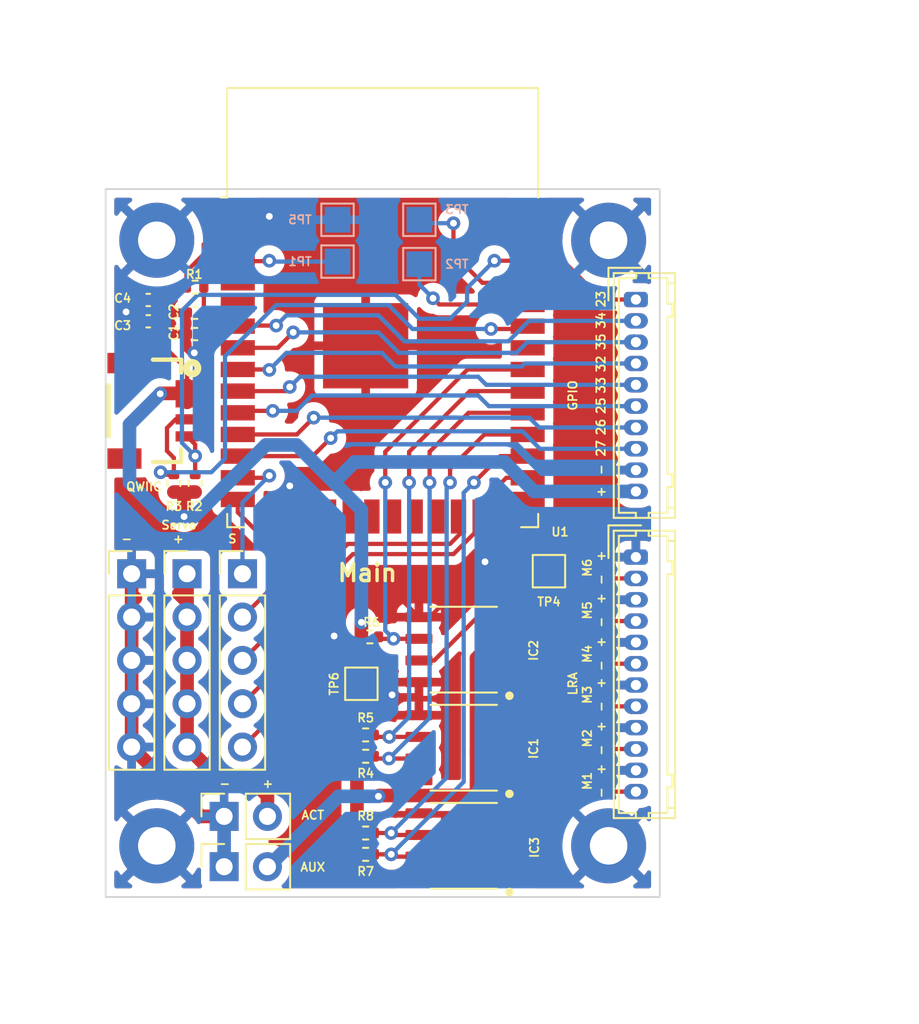
<source format=kicad_pcb>
(kicad_pcb (version 20211014) (generator pcbnew)
  (layers (0 "F.Cu" signal) (31 "B.Cu" signal) (34 "B.Paste" user) (35 "F.Paste" user) (36 "B.SilkS" user "B.Silkscreen") (37 "F.SilkS" user "F.Silkscreen") (38 "B.Mask" user) (39 "F.Mask" user) (44 "Edge.Cuts" user))
  (net 0 "")
  (net 1 "GND")
  (net 2 "/EN")
  (net 3 "+3V3")
  (net 4 "/I2C_SDA")
  (net 5 "/I2C_SCL")
  (net 6 "/ACT_POWER")
  (net 7 "/S1")
  (net 8 "/S2")
  (net 9 "/S3")
  (net 10 "/S4")
  (net 11 "/S5")
  (net 12 "/RXD0")
  (net 13 "/TXD0")
  (net 14 "/BOOT0")
  (net 24 "/M3")
  (net 25 "/ACT_POWER_AUX")
  (net 26 "/M4")
  (net 27 "/S9")
  (net 28 "/S8")
  (net 29 "/M5")
  (net 30 "/M6")
  (net 31 "/S10")
  (net 32 "/S11")
  (net 33 "/M1")
  (net 34 "/M2")
  (net 35 "/S7")
  (net 36 "/S6")
  (net 37 "/IO23")
  (net 38 "/IO25")
  (net 39 "/IO26")
  (net 40 "/IO27")
  (net 41 "/IO32")
  (net 42 "/IO33")
  (net 43 "/IO34")
  (net 44 "/IO35")
  (footprint "Connector_PinSocket_2.54mm:PinSocket_1x02_P2.54mm_Vertical" (layer "F.Cu") (at 71.95 105.725 90)
    (fp_text reference "J8" hide)
    (fp_text value "Conn_01x02_Female")
  )
  (footprint "Capacitor_SMD:C_0402_1005Metric" (layer "F.Cu") (at 70.27 73.25)
    (fp_text reference "C2")
    (fp_text value "C")
  )
  (footprint "Resistor_SMD:R_0402_1005Metric" (layer "F.Cu") (at 69 83.25 90)
    (fp_text reference "R3")
    (fp_text value "10K")
  )
  (footprint "footprint:SOIC127P600X150-8" (layer "F.Cu") (at 86 93 180)
    (fp_text reference "IC2")
    (fp_text value "L9110S")
  )
  (footprint "Resistor_SMD:R_0402_1005Metric" (layer "F.Cu") (at 80.5 92.25 180)
    (fp_text reference "R6")
    (fp_text value "10K")
  )
  (footprint "TestPoint:TestPoint_Pad_1.5x1.5mm" (layer "F.Cu") (at 80 95)
    (fp_text reference "TP6")
    (fp_text value "TestPoint")
  )
  (footprint "Resistor_SMD:R_0402_1005Metric" (layer "F.Cu") (at 80.25 103.75 180)
    (fp_text reference "R8")
    (fp_text value "10K")
  )
  (footprint "RF_Module:ESP32-WROOM-32" (layer "F.Cu") (at 81.25 75.94)
    (fp_text reference "U1")
    (fp_text value "ESP32-WROOM-32D")
  )
  (footprint "MountingHole:MountingHole_2.2mm_M2_Pad" (layer "F.Cu") (at 68 69)
    (fp_text reference "H4" hide)
    (fp_text value "MH")
  )
  (footprint "Capacitor_SMD:C_0402_1005Metric" (layer "F.Cu") (at 67.5 72.5 180)
    (fp_text reference "C4")
    (fp_text value "C")
  )
  (footprint "Capacitor_SMD:C_0402_1005Metric" (layer "F.Cu") (at 70.27 74.5)
    (fp_text reference "C1")
    (fp_text value "C")
  )
  (footprint "Connector_PinHeader_2.54mm:PinHeader_1x05_P2.54mm_Vertical" (layer "F.Cu") (at 66.525 88.55)
    (fp_text reference "J4" hide)
    (fp_text value "Conn_01x05_Female")
  )
  (footprint "Resistor_SMD:R_0402_1005Metric" (layer "F.Cu") (at 80.25 105 180)
    (fp_text reference "R7")
    (fp_text value "10K")
  )
  (footprint "Resistor_SMD:R_0402_1005Metric" (layer "F.Cu") (at 80.25 98 180)
    (fp_text reference "R5")
    (fp_text value "10K")
  )
  (footprint "footprint:SOIC127P600X150-8" (layer "F.Cu") (at 86 98.75 180)
    (fp_text reference "IC1")
    (fp_text value "L9110S")
  )
  (footprint "Connector_PinHeader_2.54mm:PinHeader_1x05_P2.54mm_Vertical" (layer "F.Cu") (at 69.775 88.55)
    (fp_text reference "J5" hide)
    (fp_text value "Conn_01x05_Female")
  )
  (footprint "Capacitor_SMD:C_0402_1005Metric" (layer "F.Cu") (at 67.5 73.75 180)
    (fp_text reference "C3")
    (fp_text value "C")
  )
  (footprint "footprint:SOIC127P600X150-8" (layer "F.Cu") (at 86 104.5 180)
    (fp_text reference "IC3")
    (fp_text value "L9110S")
  )
  (footprint "TestPoint:TestPoint_Pad_1.5x1.5mm" (layer "F.Cu") (at 91 88.4)
    (fp_text reference "TP4")
    (fp_text value "TestPoint")
  )
  (footprint "Resistor_SMD:R_0402_1005Metric" (layer "F.Cu") (at 70.25 83.25 90)
    (fp_text reference "R2")
    (fp_text value "10K")
  )
  (footprint "Connector_PinHeader_2.54mm:PinHeader_1x05_P2.54mm_Vertical" (layer "F.Cu") (at 73.025 88.55)
    (fp_text reference "J6" hide)
    (fp_text value "Conn_01x05_Female")
  )
  (footprint "Connector_Hirose:Hirose_DF13-12P-1.25DSA_1x12_P1.25mm_Vertical" (layer "F.Cu") (at 96.1 87.575 -90)
    (fp_text reference "J7" hide)
    (fp_text value "Conn_01x12_Female")
  )
  (footprint "MountingHole:MountingHole_2.2mm_M2_Pad" (layer "F.Cu") (at 94.5 69)
    (fp_text reference "H2" hide)
    (fp_text value "MH")
  )
  (footprint "Resistor_SMD:R_0402_1005Metric" (layer "F.Cu") (at 80.25 99.25 180)
    (fp_text reference "R4")
    (fp_text value "10K")
  )
  (footprint "Connectors:1X04_1MM_RA" (layer "F.Cu") (at 69.776285 79 -90)
    (fp_text reference "J2" hide)
    (fp_text value "I2C_STANDARDQWIIC" hide)
  )
  (footprint "Connector_PinSocket_2.54mm:PinSocket_1x02_P2.54mm_Vertical" (layer "F.Cu") (at 71.95 102.775 90)
    (fp_text reference "J3" hide)
    (fp_text value "Conn_01x02_Female")
  )
  (footprint "MountingHole:MountingHole_2.2mm_M2_Pad" (layer "F.Cu") (at 68 104.5)
    (fp_text reference "H1" hide)
    (fp_text value "MH")
  )
  (footprint "MountingHole:MountingHole_2.2mm_M2_Pad" (layer "F.Cu") (at 94.5 104.5)
    (fp_text reference "H3" hide)
    (fp_text value "MH")
  )
  (footprint "Resistor_SMD:R_0402_1005Metric" (layer "F.Cu") (at 70.25 71.75)
    (fp_text reference "R1")
    (fp_text value "10K")
  )
  (footprint "Connector_Hirose:Hirose_DF13-10P-1.25DSA_1x10_P1.25mm_Vertical" (layer "F.Cu") (at 96.1 72.475 -90)
    (fp_text reference "J1" hide)
    (fp_text value "Conn_01x10_Female")
  )
  (footprint "TestPoint:TestPoint_Pad_1.5x1.5mm" (layer "B.Cu") (at 83.4 70.4 180)
    (fp_text reference "TP2")
    (fp_text value "TestPoint")
  )
  (footprint "TestPoint:TestPoint_Pad_1.5x1.5mm" (layer "B.Cu") (at 83.4 67.8 180)
    (fp_text reference "TP3")
    (fp_text value "TestPoint")
  )
  (footprint "TestPoint:TestPoint_Pad_1.5x1.5mm" (layer "B.Cu") (at 78.6 70.25 180)
    (fp_text reference "TP1")
    (fp_text value "TestPoint")
  )
  (footprint "TestPoint:TestPoint_Pad_1.5x1.5mm" (layer "B.Cu") (at 78.6 67.8 180)
    (fp_text reference "TP5")
    (fp_text value "TestPoint")
  )
  (gr_rect (start 65 107.5) (end 97.5 66) (layer "Edge.Cuts") (width 0.1) (fill none))
  (gr_text "35" (at 94.05 74.95 90) (layer "F.SilkS") (effects (font (size 0.5 0.5) (thickness 0.1))))
  (gr_text "-     +" (at 73.25 100.85) (layer "F.SilkS") (effects (font (size 0.5 0.5) (thickness 0.1))))
  (gr_text "M4\n-  +" (at 93.65 93.25 90) (layer "F.SilkS") (effects (font (size 0.5 0.5) (thickness 0.1))))
  (gr_text "+" (at 94.05 83.75 90) (layer "F.SilkS") (effects (font (size 0.5 0.5) (thickness 0.1))))
  (gr_text "M2\n-  +" (at 93.65 98.2 90) (layer "F.SilkS") (effects (font (size 0.5 0.5) (thickness 0.1))))
  (gr_text "LRA" (at 92.4 95 90) (layer "F.SilkS") (effects (font (size 0.5 0.5) (thickness 0.1))))
  (gr_text "34" (at 94.05 73.7 90) (layer "F.SilkS") (effects (font (size 0.5 0.5) (thickness 0.1))))
  (gr_text "-" (at 94.05 82.45 90) (layer "F.SilkS") (effects (font (size 0.5 0.5) (thickness 0.1))))
  (gr_text "32" (at 94.05 76.25 90) (layer "F.SilkS") (effects (font (size 0.5 0.5) (thickness 0.1))))
  (gr_text "M1\n-  +" (at 93.65 100.7 90) (layer "F.SilkS") (effects (font (size 0.5 0.5) (thickness 0.1))))
  (gr_text "26" (at 94.05 79.95 90) (layer "F.SilkS") (effects (font (size 0.5 0.5) (thickness 0.1))))
  (gr_text "M5\n-  +" (at 93.65 90.7 90) (layer "F.SilkS") (effects (font (size 0.5 0.5) (thickness 0.1))))
  (gr_text "ACT" (at 77.15 102.7) (layer "F.SilkS") (effects (font (size 0.5 0.5) (thickness 0.1))))
  (gr_text "M3\n-  +" (at 93.65 95.65 90) (layer "F.SilkS") (effects (font (size 0.5 0.5) (thickness 0.1))))
  (gr_text "Servo\n-	   +	 S" (at 69.3 86.1) (layer "F.SilkS") (effects (font (size 0.5 0.5) (thickness 0.1))))
  (gr_text "QWIIC" (at 67.25 83.45) (layer "F.SilkS") (effects (font (size 0.5 0.5) (thickness 0.1))))
  (gr_text "Main" (at 80.35 88.5) (layer "F.SilkS") (effects (font (size 1 1) (thickness 0.2))))
  (gr_text "33" (at 94.05 77.5 90) (layer "F.SilkS") (effects (font (size 0.5 0.5) (thickness 0.1))))
  (gr_text "GPIO" (at 92.4 78.1 90) (layer "F.SilkS") (effects (font (size 0.5 0.5) (thickness 0.1))))
  (gr_text "M6\n-  +" (at 93.65 88.2 90) (layer "F.SilkS") (effects (font (size 0.5 0.5) (thickness 0.1))))
  (gr_text "25" (at 94.05 78.7 90) (layer "F.SilkS") (effects (font (size 0.5 0.5) (thickness 0.1))))
  (gr_text "27" (at 94.05 81.2 90) (layer "F.SilkS") (effects (font (size 0.5 0.5) (thickness 0.1))))
  (gr_text "23" (at 94.05 72.45 90) (layer "F.SilkS") (effects (font (size 0.5 0.5) (thickness 0.1))))
  (gr_text "AUX" (at 77.15 105.75) (layer "F.SilkS") (effects (font (size 0.5 0.5) (thickness 0.1))))
  (segment (start 83.3754 91.095) (end 82.0804 89.8) (width 0.25) (layer "F.Cu") (net 1))
  (segment (start 69.79 74.5) (end 69.79 75.19) (width 0.25) (layer "F.Cu") (net 1))
  (segment (start 66.75 89.975) (end 66.525 90.2) (width 0.8) (layer "F.Cu") (net 1))
  (segment (start 82.0804 89.8) (end 79.95 89.8) (width 0.25) (layer "F.Cu") (net 1))
  (segment (start 66.22 73.18) (end 66.2 73.2) (width 0.25) (layer "F.Cu") (net 1))
  (segment (start 83.3754 91.095) (end 84.005 91.095) (width 0.25) (layer "F.Cu") (net 1))
  (segment (start 69.79 73.25) (end 69.79 74.5) (width 0.25) (layer "F.Cu") (net 1))
  (segment (start 79.95 89.8) (end 78.4 91.35) (width 0.25) (layer "F.Cu") (net 1))
  (segment (start 81.8246 95.6746) (end 81.8 95.65) (width 0.25) (layer "F.Cu") (net 1))
  (segment (start 84.005 91.095) (end 87.25 87.85) (width 0.25) (layer "F.Cu") (net 1))
  (segment (start 95.75 95) (end 96 95) (width 0.25) (layer "F.Cu") (net 1))
  (segment (start 83.3754 94.905) (end 83.3754 95.6746) (width 0.25) (layer "F.Cu") (net 1))
  (segment (start 83.3754 95.6746) (end 81.8246 95.6746) (width 0.25) (layer "F.Cu") (net 1))
  (segment (start 75.535 83.665) (end 75.8 83.4) (width 0.25) (layer "F.Cu") (net 1))
  (segment (start 69.79 75.19) (end 70.2 75.6) (width 0.25) (layer "F.Cu") (net 1))
  (segment (start 66.525 98.71) (end 70.59 102.775) (width 0.8) (layer "F.Cu") (net 1))
  (segment (start 67.02 73.18) (end 66.22 73.18) (width 0.25) (layer "F.Cu") (net 1))
  (segment (start 72.75 67.685) (end 74.515 67.685) (width 0.25) (layer "F.Cu") (net 1))
  (segment (start 67.02 73.75) (end 67.02 73.18) (width 0.25) (layer "F.Cu") (net 1))
  (segment (start 75.535 85.195) (end 75.535 83.665) (width 0.25) (layer "F.Cu") (net 1))
  (segment (start 66.525 88.55) (end 66.525 98.71) (width 0.8) (layer "F.Cu") (net 1))
  (segment (start 74.515 67.685) (end 74.6 67.6) (width 0.25) (layer "F.Cu") (net 1))
  (segment (start 67.02 73.18) (end 67.02 72.5) (width 0.25) (layer "F.Cu") (net 1))
  (segment (start 78.4 91.35) (end 78.4 92.2) (width 0.25) (layer "F.Cu") (net 1))
  (segment (start 70.59 102.775) (end 71.95 102.775) (width 0.8) (layer "F.Cu") (net 1))
  (segment (start 83.3754 95.6746) (end 83.3754 96.845) (width 0.25) (layer "F.Cu") (net 1))
  (via (at 87.25 87.85) (size 0.8) (drill 0.4) (layers "F.Cu" "B.Cu") (net 1))
  (via (at 66.2 73.2) (size 0.8) (drill 0.4) (layers "F.Cu" "B.Cu") (net 1))
  (via (at 75.8 83.4) (size 0.8) (drill 0.4) (layers "F.Cu" "B.Cu") (net 1))
  (via (at 70.2 75.6) (size 0.8) (drill 0.4) (layers "F.Cu" "B.Cu") (net 1))
  (via (at 81.8 95.65) (size 0.8) (drill 0.4) (layers "F.Cu" "B.Cu") (net 1))
  (via (at 74.6 67.6) (size 0.8) (drill 0.4) (layers "F.Cu" "B.Cu") (net 1))
  (via (at 78.4 92.2) (size 0.8) (drill 0.4) (layers "F.Cu" "B.Cu") (net 1))
  (segment (start 74.6 67.6) (end 74.8 67.8) (width 0.25) (layer "B.Cu") (net 1))
  (segment (start 74.8 67.8) (end 78.6 67.8) (width 0.25) (layer "B.Cu") (net 1))
  (segment (start 71.95 102.775) (end 71.95 105.725) (width 0.8) (layer "B.Cu") (net 1))
  (segment (start 72.75 70.225) (end 74.575 70.225) (width 0.25) (layer "F.Cu") (net 2))
  (segment (start 71.5 70.225) (end 72.75 70.225) (width 0.25) (layer "F.Cu") (net 2))
  (segment (start 70.76 71.75) (end 70.76 74.49) (width 0.25) (layer "F.Cu") (net 2))
  (segment (start 70.76 74.49) (end 70.75 74.5) (width 0.25) (layer "F.Cu") (net 2))
  (segment (start 70.76 70.965) (end 71.5 70.225) (width 0.25) (layer "F.Cu") (net 2))
  (segment (start 70.76 71.75) (end 70.76 70.965) (width 0.25) (layer "F.Cu") (net 2))
  (segment (start 74.575 70.225) (end 74.6 70.2) (width 0.25) (layer "F.Cu") (net 2))
  (via (at 74.6 70.2) (size 0.8) (drill 0.4) (layers "F.Cu" "B.Cu") (net 2))
  (segment (start 74.65 70.25) (end 78.6 70.25) (width 0.25) (layer "B.Cu") (net 2))
  (segment (start 74.6 70.2) (end 74.65 70.25) (width 0.25) (layer "B.Cu") (net 2))
  (segment (start 69.6 85.2) (end 69.6 83.8) (width 0.8) (layer "F.Cu") (net 3))
  (segment (start 79.74 105) (end 79.74 103.75) (width 0.8) (layer "F.Cu") (net 3))
  (segment (start 69.74 71.75) (end 69.74 70.830199) (width 0.25) (layer "F.Cu") (net 3))
  (segment (start 79.74 99.25) (end 79.74 98) (width 0.8) (layer "F.Cu") (net 3))
  (segment (start 79.74 95.26) (end 80 95) (width 0.8) (layer "F.Cu") (net 3))
  (segment (start 79.74 98) (end 79.74 95.26) (width 0.8) (layer "F.Cu") (net 3))
  (segment (start 68 74.8) (end 69.776285 76.576285) (width 0.25) (layer "F.Cu") (net 3))
  (segment (start 69.56 83.76) (end 69 83.76) (width 0.8) (layer "F.Cu") (net 3))
  (segment (start 68.73 71.75) (end 67.98 72.5) (width 0.25) (layer "F.Cu") (net 3))
  (segment (start 70.75 69.25) (end 71.045 68.955) (width 0.25) (layer "F.Cu") (net 3))
  (segment (start 69.776285 76.576285) (end 69.776285 77.5014) (width 0.25) (layer "F.Cu") (net 3))
  (segment (start 69.776285 77.976285) (end 68.223715 77.976285) (width 0.8) (layer "F.Cu") (net 3))
  (segment (start 79.74 103.75) (end 79.74 99.25) (width 0.8) (layer "F.Cu") (net 3))
  (segment (start 69.56 83.76) (end 70.25 83.76) (width 0.8) (layer "F.Cu") (net 3))
  (segment (start 68 73.77) (end 68 74.8) (width 0.25) (layer "F.Cu") (net 3))
  (segment (start 80 91.4) (end 80 95) (width 0.8) (layer "F.Cu") (net 3))
  (segment (start 71.045 68.955) (end 72.75 68.955) (width 0.25) (layer "F.Cu") (net 3))
  (segment (start 69.74 70.830199) (end 70.75 69.820199) (width 0.25) (layer "F.Cu") (net 3))
  (segment (start 69.6 83.8) (end 69.56 83.76) (width 0.8) (layer "F.Cu") (net 3))
  (segment (start 69.776285 77.5014) (end 69.776285 77.976285) (width 0.8) (layer "F.Cu") (net 3))
  (segment (start 70.75 69.820199) (end 70.75 69.25) (width 0.25) (layer "F.Cu") (net 3))
  (segment (start 79.99 91.41) (end 80 91.4) (width 0.25) (layer "F.Cu") (net 3))
  (segment (start 69.776285 77.976285) (end 69.776285 78.50216) (width 0.8) (layer "F.Cu") (net 3))
  (segment (start 69.74 71.75) (end 68.73 71.75) (width 0.25) (layer "F.Cu") (net 3))
  (segment (start 68.223715 77.976285) (end 68.2 78) (width 0.8) (layer "F.Cu") (net 3))
  (segment (start 67.98 73.75) (end 68 73.77) (width 0.25) (layer "F.Cu") (net 3))
  (segment (start 67.98 73.75) (end 67.98 72.5) (width 0.25) (layer "F.Cu") (net 3))
  (via (at 80 91.4) (size 0.8) (drill 0.4) (layers "F.Cu" "B.Cu") (net 3))
  (via (at 68.2 78) (size 0.8) (drill 0.4) (layers "F.Cu" "B.Cu") (net 3))
  (via (at 69.6 85.2) (size 0.8) (drill 0.4) (layers "F.Cu" "B.Cu") (net 3))
  (segment (start 80 84.8) (end 80 91.4) (width 0.8) (layer "B.Cu") (net 3))
  (segment (start 68.4 85.2) (end 69.6 85.2) (width 0.8) (layer "B.Cu") (net 3))
  (segment (start 78.4 83.2) (end 80 84.8) (width 0.8) (layer "B.Cu") (net 3))
  (segment (start 66.4 79.8) (end 66.4 83.2) (width 0.8) (layer "B.Cu") (net 3))
  (segment (start 66.4 83.2) (end 68.4 85.2) (width 0.8) (layer "B.Cu") (net 3))
  (segment (start 90.125 83.725) (end 96.1 83.725) (width 0.8) (layer "B.Cu") (net 3))
  (segment (start 70 85.2) (end 69.6 85.2) (width 0.25) (layer "B.Cu") (net 3))
  (segment (start 68.2 78) (end 66.4 79.8) (width 0.8) (layer "B.Cu") (net 3))
  (segment (start 78.4 83.2) (end 79.6 82) (width 0.8) (layer "B.Cu") (net 3))
  (segment (start 79.6 82) (end 88.4 82) (width 0.8) (layer "B.Cu") (net 3))
  (segment (start 76.2 81) (end 78.4 83.2) (width 0.8) (layer "B.Cu") (net 3))
  (segment (start 88.4 82) (end 90.125 83.725) (width 0.8) (layer "B.Cu") (net 3))
  (segment (start 74.4 81) (end 76.2 81) (width 0.8) (layer "B.Cu") (net 3))
  (segment (start 70.2 85.2) (end 74.4 81) (width 0.8) (layer "B.Cu") (net 3))
  (segment (start 69.6 85.2) (end 70.2 85.2) (width 0.8) (layer "B.Cu") (net 3))
  (segment (start 69.10216 79.49784) (end 68.6 80) (width 0.25) (layer "F.Cu") (net 4))
  (segment (start 68.6 81.35) (end 69 81.75) (width 0.25) (layer "F.Cu") (net 4))
  (segment (start 87.6 74.2) (end 89.585 74.2) (width 0.25) (layer "F.Cu") (net 4))
  (segment (start 68.6 80) (end 68.6 81.35) (width 0.25) (layer "F.Cu") (net 4))
  (segment (start 69.776285 79.49784) (end 69.10216 79.49784) (width 0.25) (layer "F.Cu") (net 4))
  (segment (start 89.585 74.2) (end 89.75 74.035) (width 0.25) (layer "F.Cu") (net 4))
  (segment (start 69 82.74) (end 68.3645 82.74) (width 0.25) (layer "F.Cu") (net 4))
  (segment (start 68.3645 82.74) (end 68.2245 82.6) (width 0.25) (layer "F.Cu") (net 4))
  (segment (start 69 81.75) (end 69 82.74) (width 0.25) (layer "F.Cu") (net 4))
  (via (at 68.2245 82.6) (size 0.8) (drill 0.4) (layers "F.Cu" "B.Cu") (net 4))
  (via (at 87.6 74.2) (size 0.8) (drill 0.4) (layers "F.Cu" "B.Cu") (net 4))
  (segment (start 81.6 72.8) (end 83 74.2) (width 0.25) (layer "B.Cu") (net 4))
  (segment (start 75 72.8) (end 81.6 72.8) (width 0.25) (layer "B.Cu") (net 4))
  (segment (start 68.2245 82.6) (end 71.2 82.6) (width 0.25) (layer "B.Cu") (net 4))
  (segment (start 72 81.8) (end 72 75.8) (width 0.25) (layer "B.Cu") (net 4))
  (segment (start 83 74.2) (end 87.6 74.2) (width 0.25) (layer "B.Cu") (net 4))
  (segment (start 71.2 82.6) (end 72 81.8) (width 0.25) (layer "B.Cu") (net 4))
  (segment (start 72 75.8) (end 75 72.8) (width 0.25) (layer "B.Cu") (net 4))
  (segment (start 87.8 70.2) (end 89.725 70.2) (width 0.25) (layer "F.Cu") (net 5))
  (segment (start 70.25 80.972315) (end 69.776285 80.4986) (width 0.25) (layer "F.Cu") (net 5))
  (segment (start 70.25 82.74) (end 70.25 81.65) (width 0.25) (layer "F.Cu") (net 5))
  (segment (start 70.25 81.65) (end 70.25 80.972315) (width 0.25) (layer "F.Cu") (net 5))
  (segment (start 89.725 70.2) (end 89.75 70.225) (width 0.25) (layer "F.Cu") (net 5))
  (via (at 70.25 81.65) (size 0.8) (drill 0.4) (layers "F.Cu" "B.Cu") (net 5))
  (via (at 87.8 70.2) (size 0.8) (drill 0.4) (layers "F.Cu" "B.Cu") (net 5))
  (segment (start 69.475489 80.875489) (end 69.475489 73.124511) (width 0.25) (layer "B.Cu") (net 5))
  (segment (start 86.2 71.8) (end 86.2 72.6) (width 0.25) (layer "B.Cu") (net 5))
  (segment (start 86.2 72.6) (end 85.2 73.6) (width 0.25) (layer "B.Cu") (net 5))
  (segment (start 70.25 81.65) (end 69.475489 80.875489) (width 0.25) (layer "B.Cu") (net 5))
  (segment (start 82 72.2) (end 83.4 73.6) (width 0.25) (layer "B.Cu") (net 5))
  (segment (start 70.4 72.2) (end 82 72.2) (width 0.25) (layer "B.Cu") (net 5))
  (segment (start 85.2 73.6) (end 83.4 73.6) (width 0.25) (layer "B.Cu") (net 5))
  (segment (start 87.8 70.2) (end 86.2 71.8) (width 0.25) (layer "B.Cu") (net 5))
  (segment (start 69.475489 73.124511) (end 70.4 72.2) (width 0.25) (layer "B.Cu") (net 5))
  (segment (start 69.29 89.715) (end 69.775 90.2) (width 0.8) (layer "F.Cu") (net 6))
  (segment (start 73.917081 101) (end 72.065 101) (width 0.8) (layer "F.Cu") (net 6))
  (segment (start 74.49 102.775) (end 74.49 101.572919) (width 0.8) (layer "F.Cu") (net 6))
  (segment (start 74.49 101.572919) (end 73.917081 101) (width 0.8) (layer "F.Cu") (net 6))
  (segment (start 69.775 98.71) (end 72.065 101) (width 0.8) (layer "F.Cu") (net 6))
  (segment (start 69.775 98.71) (end 69.775 88.55) (width 0.8) (layer "F.Cu") (net 6))
  (segment (start 72.065 101) (end 73.6 101) (width 0.8) (layer "F.Cu") (net 6))
  (segment (start 74.475 82.925) (end 74.6 82.8) (width 0.25) (layer "F.Cu") (net 7))
  (segment (start 72.75 82.925) (end 74.475 82.925) (width 0.25) (layer "F.Cu") (net 7))
  (via (at 74.6 82.8) (size 0.8) (drill 0.4) (layers "F.Cu" "B.Cu") (net 7))
  (segment (start 74.6 82.8) (end 73.025 84.375) (width 0.25) (layer "B.Cu") (net 7))
  (segment (start 73.025 84.375) (end 73.025 88.55) (width 0.25) (layer "B.Cu") (net 7))
  (segment (start 74.8 89.315) (end 74.8 87) (width 0.25) (layer "F.Cu") (net 8))
  (segment (start 72.75 84.95) (end 72.75 84.195) (width 0.25) (layer "F.Cu") (net 8))
  (segment (start 73.025 91.09) (end 74.8 89.315) (width 0.25) (layer "F.Cu") (net 8))
  (segment (start 74.8 87) (end 72.75 84.95) (width 0.25) (layer "F.Cu") (net 8))
  (segment (start 76.805 89.85) (end 73.025 93.63) (width 0.25) (layer "F.Cu") (net 9))
  (segment (start 76.805 85.195) (end 76.805 89.85) (width 0.25) (layer "F.Cu") (net 9))
  (segment (start 85.2 86.8) (end 85.8 86.2) (width 0.25) (layer "F.Cu") (net 10))
  (segment (start 79.2 86.8) (end 85.2 86.8) (width 0.25) (layer "F.Cu") (net 10))
  (segment (start 77.6 88.4) (end 79.2 86.8) (width 0.25) (layer "F.Cu") (net 10))
  (segment (start 77.6 90.25) (end 77.6 88.4) (width 0.25) (layer "F.Cu") (net 10))
  (segment (start 73.025 96.17) (end 75.25 93.945) (width 0.25) (layer "F.Cu") (net 10))
  (segment (start 75.25 93.945) (end 75.25 92.6) (width 0.25) (layer "F.Cu") (net 10))
  (segment (start 75.25 92.6) (end 77.6 90.25) (width 0.25) (layer "F.Cu") (net 10))
  (segment (start 79.5 87.4) (end 85.4 87.4) (width 0.25) (layer "F.Cu") (net 11))
  (segment (start 75.9675 95.7675) (end 75.9675 92.9825) (width 0.25) (layer "F.Cu") (net 11))
  (segment (start 75.9675 92.9825) (end 78.25 90.7) (width 0.25) (layer "F.Cu") (net 11))
  (segment (start 78.25 88.65) (end 79.5 87.4) (width 0.25) (layer "F.Cu") (net 11))
  (segment (start 73.025 98.71) (end 75.9675 95.7675) (width 0.25) (layer "F.Cu") (net 11))
  (segment (start 78.25 90.7) (end 78.25 88.65) (width 0.25) (layer "F.Cu") (net 11))
  (segment (start 85.4 87.4) (end 86.965 85.835) (width 0.25) (layer "F.Cu") (net 11))
  (segment (start 86.965 85.835) (end 86.965 85.195) (width 0.25) (layer "F.Cu") (net 11))
  (segment (start 84.565 72.765) (end 84.2 72.4) (width 0.25) (layer "F.Cu") (net 12))
  (segment (start 89.75 72.765) (end 84.565 72.765) (width 0.25) (layer "F.Cu") (net 12))
  (via (at 84.2 72.4) (size 0.8) (drill 0.4) (layers "F.Cu" "B.Cu") (net 12))
  (segment (start 83.4 70.4) (end 83.4 71.6) (width 0.25) (layer "B.Cu") (net 12))
  (segment (start 83.4 71.6) (end 84.2 72.4) (width 0.25) (layer "B.Cu") (net 12))
  (segment (start 89.75 71.495) (end 87.095 71.495) (width 0.25) (layer "F.Cu") (net 13))
  (segment (start 87.095 71.495) (end 86.2 70.6) (width 0.25) (layer "F.Cu") (net 13))
  (segment (start 85.4 69.8) (end 85.4 68) (width 0.25) (layer "F.Cu") (net 13))
  (segment (start 86.2 70.6) (end 85.4 69.8) (width 0.25) (layer "F.Cu") (net 13))
  (via (at 85.4 68) (size 0.8) (drill 0.4) (layers "F.Cu" "B.Cu") (net 13))
  (segment (start 85.4 68) (end 83.6 68) (width 0.25) (layer "B.Cu") (net 13))
  (segment (start 83.6 68) (end 83.4 67.8) (width 0.25) (layer "B.Cu") (net 13))
  (segment (start 89.75 87.15) (end 91 88.4) (width 0.25) (layer "F.Cu") (net 14))
  (segment (start 89.75 84.195) (end 89.75 87.15) (width 0.25) (layer "F.Cu") (net 14))
  (segment (start 89.75 84.195) (end 89.75 85.15) (width 0.25) (layer "F.Cu") (net 14))
  (segment (start 89.945 100.655) (end 94.275 96.325) (width 0.25) (layer "F.Cu") (net 24))
  (segment (start 94.275 96.325) (end 96.1 96.325) (width 0.25) (layer "F.Cu") (net 24))
  (segment (start 88.6246 100.655) (end 89.945 100.655) (width 0.25) (layer "F.Cu") (net 24))
  (segment (start 88.6246 98.8746) (end 86.8754 98.8746) (width 0.8) (layer "F.Cu") (net 25))
  (segment (start 81.05 101.55) (end 81 101.6) (width 0.8) (layer "F.Cu") (net 25))
  (segment (start 88.6246 103.865) (end 88.6246 104.6246) (width 0.8) (layer "F.Cu") (net 25))
  (segment (start 88.6246 98.115) (end 88.6246 98.8746) (width 0.8) (layer "F.Cu") (net 25))
  (segment (start 88.6246 92.365) (end 88.6246 92.8754) (width 0.8) (layer "F.Cu") (net 25))
  (segment (start 87.3746 92.8754) (end 88.6246 92.8754) (width 0.8) (layer "F.Cu") (net 25))
  (segment (start 86.8754 98.8746) (end 86.75 99) (width 0.8) (layer "F.Cu") (net 25))
  (segment (start 86.75 103.5) (end 86.75 101.55) (width 0.8) (layer "F.Cu") (net 25))
  (segment (start 87.8746 104.6246) (end 86.75 103.5) (width 0.8) (layer "F.Cu") (net 25))
  (segment (start 88.6246 98.8746) (end 88.6246 99.385) (width 0.8) (layer "F.Cu") (net 25))
  (segment (start 86.75 93.5) (end 87.3746 92.8754) (width 0.8) (layer "F.Cu") (net 25))
  (segment (start 88.6246 92.8754) (end 88.6246 93.635) (width 0.8) (layer "F.Cu") (net 25))
  (segment (start 86.75 101.55) (end 86.75 99) (width 0.8) (layer "F.Cu") (net 25))
  (segment (start 86.75 101.55) (end 81.05 101.55) (width 0.8) (layer "F.Cu") (net 25))
  (segment (start 86.75 99) (end 86.75 93.5) (width 0.8) (layer "F.Cu") (net 25))
  (segment (start 88.6246 104.6246) (end 87.8746 104.6246) (width 0.8) (layer "F.Cu") (net 25))
  (segment (start 88.6246 104.6246) (end 88.6246 105.135) (width 0.8) (layer "F.Cu") (net 25))
  (via (at 81 101.6) (size 0.8) (drill 0.4) (layers "F.Cu" "B.Cu") (net 25))
  (segment (start 78.665 101.6) (end 78.0325 102.2325) (width 0.8) (layer "B.Cu") (net 25))
  (segment (start 81 101.6) (end 78.665 101.6) (width 0.8) (layer "B.Cu") (net 25))
  (segment (start 74.54 105.725) (end 78.0325 102.2325) (width 0.8) (layer "B.Cu") (net 25))
  (segment (start 88.6246 96.845) (end 91.105 96.845) (width 0.25) (layer "F.Cu") (net 26))
  (segment (start 94.125 93.825) (end 96.1 93.825) (width 0.25) (layer "F.Cu") (net 26))
  (segment (start 91.105 96.845) (end 94.125 93.825) (width 0.25) (layer "F.Cu") (net 26))
  (segment (start 86.355 77.845) (end 89.75 77.845) (width 0.25) (layer "F.Cu") (net 27))
  (segment (start 80.875 98.115) (end 80.76 98) (width 0.25) (layer "F.Cu") (net 27))
  (segment (start 82.8 81.4) (end 86.355 77.845) (width 0.25) (layer "F.Cu") (net 27))
  (segment (start 82.8 83.2) (end 82.8 81.4) (width 0.25) (layer "F.Cu") (net 27))
  (segment (start 83.3754 98.115) (end 80.875 98.115) (width 0.25) (layer "F.Cu") (net 27))
  (via (at 81.635 98.115) (size 0.8) (drill 0.4) (layers "F.Cu" "B.Cu") (net 27))
  (via (at 82.8 83.2) (size 0.8) (drill 0.4) (layers "F.Cu" "B.Cu") (net 27))
  (segment (start 82.8 83.2) (end 82.8 96.95) (width 0.25) (layer "B.Cu") (net 27))
  (segment (start 82.8 96.95) (end 81.635 98.115) (width 0.25) (layer "B.Cu") (net 27))
  (segment (start 84 81.4) (end 86.285 79.115) (width 0.25) (layer "F.Cu") (net 28))
  (segment (start 80.895 99.385) (end 80.76 99.25) (width 0.25) (layer "F.Cu") (net 28))
  (segment (start 83.3754 99.385) (end 80.895 99.385) (width 0.25) (layer "F.Cu") (net 28))
  (segment (start 84 83.2) (end 84 81.4) (width 0.25) (layer "F.Cu") (net 28))
  (segment (start 86.285 79.115) (end 89.75 79.115) (width 0.25) (layer "F.Cu") (net 28))
  (via (at 84 83.2) (size 0.8) (drill 0.4) (layers "F.Cu" "B.Cu") (net 28))
  (via (at 81.615 99.385) (size 0.8) (drill 0.4) (layers "F.Cu" "B.Cu") (net 28))
  (segment (start 84 97) (end 81.615 99.385) (width 0.25) (layer "B.Cu") (net 28))
  (segment (start 84 83.2) (end 84 97) (width 0.25) (layer "B.Cu") (net 28))
  (segment (start 89.595 94.905) (end 93.175 91.325) (width 0.25) (layer "F.Cu") (net 29))
  (segment (start 88.6246 94.905) (end 89.595 94.905) (width 0.25) (layer "F.Cu") (net 29))
  (segment (start 93.175 91.325) (end 96.1 91.325) (width 0.25) (layer "F.Cu") (net 29))
  (segment (start 91.305 91.095) (end 93.575 88.825) (width 0.25) (layer "F.Cu") (net 30))
  (segment (start 93.575 88.825) (end 96.1 88.825) (width 0.25) (layer "F.Cu") (net 30))
  (segment (start 88.6246 91.095) (end 91.305 91.095) (width 0.25) (layer "F.Cu") (net 30))
  (segment (start 86.225 76.575) (end 89.75 76.575) (width 0.25) (layer "F.Cu") (net 31))
  (segment (start 83.3754 92.365) (end 81.125 92.365) (width 0.25) (layer "F.Cu") (net 31))
  (segment (start 81.125 92.365) (end 81.01 92.25) (width 0.25) (layer "F.Cu") (net 31))
  (segment (start 81.4 81.4) (end 86.225 76.575) (width 0.25) (layer "F.Cu") (net 31))
  (segment (start 81.4 83.2) (end 81.4 81.4) (width 0.25) (layer "F.Cu") (net 31))
  (via (at 81.4 83.2) (size 0.8) (drill 0.4) (layers "F.Cu" "B.Cu") (net 31))
  (via (at 81.885 92.365) (size 0.8) (drill 0.4) (layers "F.Cu" "B.Cu") (net 31))
  (segment (start 81.4 83.2) (end 81.4 91.88) (width 0.25) (layer "B.Cu") (net 31))
  (segment (start 81.4 91.88) (end 81.885 92.365) (width 0.25) (layer "B.Cu") (net 31))
  (segment (start 88.1 83.325) (end 88.5 82.925) (width 0.25) (layer "F.Cu") (net 32))
  (segment (start 83.3754 93.635) (end 84.265 93.635) (width 0.25) (layer "F.Cu") (net 32))
  (segment (start 84.265 93.635) (end 88.1 89.8) (width 0.25) (layer "F.Cu") (net 32))
  (segment (start 88.1 89.8) (end 88.1 83.325) (width 0.25) (layer "F.Cu") (net 32))
  (segment (start 88.5 82.925) (end 89.75 82.925) (width 0.25) (layer "F.Cu") (net 32))
  (segment (start 91.2 103.05) (end 92.925 101.325) (width 0.25) (layer "F.Cu") (net 33))
  (segment (start 89.695 106.405) (end 91.2 104.9) (width 0.25) (layer "F.Cu") (net 33))
  (segment (start 92.925 101.325) (end 96.1 101.325) (width 0.25) (layer "F.Cu") (net 33))
  (segment (start 91.2 104.9) (end 91.2 103.05) (width 0.25) (layer "F.Cu") (net 33))
  (segment (start 88.6246 106.405) (end 89.695 106.405) (width 0.25) (layer "F.Cu") (net 33))
  (segment (start 88.6246 102.595) (end 89.655 102.595) (width 0.25) (layer "F.Cu") (net 34))
  (segment (start 93.425 98.825) (end 96.1 98.825) (width 0.25) (layer "F.Cu") (net 34))
  (segment (start 89.655 102.595) (end 93.425 98.825) (width 0.25) (layer "F.Cu") (net 34))
  (segment (start 80.76 103.75) (end 81.75 103.75) (width 0.25) (layer "F.Cu") (net 35))
  (segment (start 87.215 80.385) (end 89.75 80.385) (width 0.25) (layer "F.Cu") (net 35))
  (segment (start 81.865 103.865) (end 81.75 103.75) (width 0.25) (layer "F.Cu") (net 35))
  (segment (start 83.3754 103.865) (end 81.865 103.865) (width 0.25) (layer "F.Cu") (net 35))
  (segment (start 85.2 82.4) (end 86.6 81) (width 0.25) (layer "F.Cu") (net 35))
  (segment (start 86.6 81) (end 87.215 80.385) (width 0.25) (layer "F.Cu") (net 35))
  (segment (start 85.2 83.2) (end 85.2 82.4) (width 0.25) (layer "F.Cu") (net 35))
  (via (at 85.2 83.2) (size 0.8) (drill 0.4) (layers "F.Cu" "B.Cu") (net 35))
  (via (at 81.75 103.75) (size 0.8) (drill 0.4) (layers "F.Cu" "B.Cu") (net 35))
  (segment (start 81.75 103.75) (end 85 100.5) (width 0.25) (layer "B.Cu") (net 35))
  (segment (start 85.2 83.2) (end 85 83.4) (width 0.25) (layer "B.Cu") (net 35))
  (segment (start 85 100.5) (end 85 83.4) (width 0.25) (layer "B.Cu") (net 35))
  (segment (start 80.76 105) (end 81.75 105) (width 0.25) (layer "F.Cu") (net 36))
  (segment (start 88.145 81.655) (end 89.75 81.655) (width 0.25) (layer "F.Cu") (net 36))
  (segment (start 83.3754 105.135) (end 81.885 105.135) (width 0.25) (layer "F.Cu") (net 36))
  (segment (start 86.6 83.2) (end 88.145 81.655) (width 0.25) (layer "F.Cu") (net 36))
  (segment (start 81.885 105.135) (end 81.75 105) (width 0.25) (layer "F.Cu") (net 36))
  (via (at 81.75 105) (size 0.8) (drill 0.4) (layers "F.Cu" "B.Cu") (net 36))
  (via (at 86.6 83.2) (size 0.8) (drill 0.4) (layers "F.Cu" "B.Cu") (net 36))
  (segment (start 81.75 105) (end 86 100.75) (width 0.25) (layer "B.Cu") (net 36))
  (segment (start 86 100.75) (end 86 83.8) (width 0.25) (layer "B.Cu") (net 36))
  (segment (start 86 83.8) (end 86.6 83.2) (width 0.25) (layer "B.Cu") (net 36))
  (segment (start 90.579022 68.955) (end 92.562011 70.937989) (width 0.25) (layer "F.Cu") (net 37))
  (segment (start 96.1 72.475) (end 94.099022 72.475) (width 0.25) (layer "F.Cu") (net 37))
  (segment (start 94.099022 72.475) (end 92.562011 70.937989) (width 0.25) (layer "F.Cu") (net 37))
  (segment (start 89.75 68.955) (end 90.579022 68.955) (width 0.25) (layer "F.Cu") (net 37))
  (segment (start 72.865 79) (end 72.75 79.115) (width 0.25) (layer "F.Cu") (net 38))
  (segment (start 74.8 79) (end 72.865 79) (width 0.25) (layer "F.Cu") (net 38))
  (via (at 74.8 79) (size 0.8) (drill 0.4) (layers "F.Cu" "B.Cu") (net 38))
  (segment (start 87.475 78.725) (end 96.1 78.725) (width 0.25) (layer "B.Cu") (net 38))
  (segment (start 76.2 79) (end 77.1 78.1) (width 0.25) (layer "B.Cu") (net 38))
  (segment (start 74.8 79) (end 76.2 79) (width 0.25) (layer "B.Cu") (net 38))
  (segment (start 77.1 78.1) (end 86.85 78.1) (width 0.25) (layer "B.Cu") (net 38))
  (segment (start 86.85 78.1) (end 87.475 78.725) (width 0.25) (layer "B.Cu") (net 38))
  (segment (start 76.215 80.385) (end 77.2 79.4) (width 0.25) (layer "F.Cu") (net 39))
  (segment (start 72.75 80.385) (end 76.215 80.385) (width 0.25) (layer "F.Cu") (net 39))
  (via (at 77.2 79.4) (size 0.8) (drill 0.4) (layers "F.Cu" "B.Cu") (net 39))
  (segment (start 89.85 79.4) (end 85.2 79.4) (width 0.25) (layer "B.Cu") (net 39))
  (segment (start 85.2 79.4) (end 85.6 79.4) (width 0.25) (layer "B.Cu") (net 39))
  (segment (start 90.425 79.975) (end 89.85 79.4) (width 0.25) (layer "B.Cu") (net 39))
  (segment (start 77.2 79.4) (end 85.2 79.4) (width 0.25) (layer "B.Cu") (net 39))
  (segment (start 96.1 79.975) (end 90.425 79.975) (width 0.25) (layer "B.Cu") (net 39))
  (segment (start 77.145 81.655) (end 78.2 80.6) (width 0.25) (layer "F.Cu") (net 40))
  (segment (start 72.75 81.655) (end 77.145 81.655) (width 0.25) (layer "F.Cu") (net 40))
  (via (at 78.2 80.6) (size 0.8) (drill 0.4) (layers "F.Cu" "B.Cu") (net 40))
  (segment (start 90.475 81.225) (end 89.45 80.2) (width 0.25) (layer "B.Cu") (net 40))
  (segment (start 78.4 80.4) (end 78.2 80.6) (width 0.25) (layer "B.Cu") (net 40))
  (segment (start 89.45 80.2) (end 78.6 80.2) (width 0.25) (layer "B.Cu") (net 40))
  (segment (start 78.6 80.2) (end 78.2 80.6) (width 0.25) (layer "B.Cu") (net 40))
  (segment (start 96.1 81.225) (end 90.475 81.225) (width 0.25) (layer "B.Cu") (net 40))
  (segment (start 74.575 76.575) (end 74.6 76.6) (width 0.25) (layer "F.Cu") (net 41))
  (segment (start 72.75 76.575) (end 74.575 76.575) (width 0.25) (layer "F.Cu") (net 41))
  (via (at 74.6 76.6) (size 0.8) (drill 0.4) (layers "F.Cu" "B.Cu") (net 41))
  (segment (start 75.6 75.6) (end 81.2 75.6) (width 0.25) (layer "B.Cu") (net 41))
  (segment (start 82 76.4) (end 86.2 76.4) (width 0.25) (layer "B.Cu") (net 41))
  (segment (start 89.4 76.4) (end 86.2 76.4) (width 0.25) (layer "B.Cu") (net 41))
  (segment (start 89.575 76.225) (end 89.4 76.4) (width 0.25) (layer "B.Cu") (net 41))
  (segment (start 96.1 76.225) (end 89.575 76.225) (width 0.25) (layer "B.Cu") (net 41))
  (segment (start 81.2 75.6) (end 82 76.4) (width 0.25) (layer "B.Cu") (net 41))
  (segment (start 74.6 76.6) (end 75.6 75.6) (width 0.25) (layer "B.Cu") (net 41))
  (segment (start 72.75 77.845) (end 75.555 77.845) (width 0.25) (layer "F.Cu") (net 42))
  (segment (start 75.555 77.845) (end 75.8 77.6) (width 0.25) (layer "F.Cu") (net 42))
  (via (at 75.8 77.6) (size 0.8) (drill 0.4) (layers "F.Cu" "B.Cu") (net 42))
  (segment (start 86.85 77) (end 76.4 77) (width 0.25) (layer "B.Cu") (net 42))
  (segment (start 96.1 77.475) (end 87.325 77.475) (width 0.25) (layer "B.Cu") (net 42))
  (segment (start 76.4 77) (end 75.8 77.6) (width 0.25) (layer "B.Cu") (net 42))
  (segment (start 87.325 77.475) (end 86.85 77) (width 0.25) (layer "B.Cu") (net 42))
  (segment (start 75 74) (end 72.785 74) (width 0.25) (layer "F.Cu") (net 43))
  (segment (start 72.785 74) (end 72.75 74.035) (width 0.25) (layer "F.Cu") (net 43))
  (via (at 75 74) (size 0.8) (drill 0.4) (layers "F.Cu" "B.Cu") (net 43))
  (segment (start 88.625489 74.924511) (end 82.524511 74.924511) (width 0.25) (layer "B.Cu") (net 43))
  (segment (start 89.825 73.725) (end 88.625489 74.924511) (width 0.25) (layer "B.Cu") (net 43))
  (segment (start 96.1 73.725) (end 89.825 73.725) (width 0.25) (layer "B.Cu") (net 43))
  (segment (start 81.2 73.6) (end 81 73.4) (width 0.25) (layer "B.Cu") (net 43))
  (segment (start 76.4 73.4) (end 75.6 73.4) (width 0.25) (layer "B.Cu") (net 43))
  (segment (start 75.6 73.4) (end 75 74) (width 0.25) (layer "B.Cu") (net 43))
  (segment (start 82.524511 74.924511) (end 81.2 73.6) (width 0.25) (layer "B.Cu") (net 43))
  (segment (start 81 73.4) (end 76.4 73.4) (width 0.25) (layer "B.Cu") (net 43))
  (segment (start 72.75 75.305) (end 75.095 75.305) (width 0.25) (layer "F.Cu") (net 44))
  (segment (start 75.095 75.305) (end 76 74.4) (width 0.25) (layer "F.Cu") (net 44))
  (via (at 76 74.4) (size 0.8) (drill 0.4) (layers "F.Cu" "B.Cu") (net 44))
  (segment (start 89.1 75.6) (end 87 75.6) (width 0.25) (layer "B.Cu") (net 44))
  (segment (start 96.1 74.975) (end 89.725 74.975) (width 0.25) (layer "B.Cu") (net 44))
  (segment (start 81 74.4) (end 82.2 75.6) (width 0.25) (layer "B.Cu") (net 44))
  (segment (start 89.725 74.975) (end 89.1 75.6) (width 0.25) (layer "B.Cu") (net 44))
  (segment (start 82.2 75.6) (end 87 75.6) (width 0.25) (layer "B.Cu") (net 44))
  (segment (start 76 74.4) (end 81 74.4) (width 0.25) (layer "B.Cu") (net 44))
  (segment (start 96 74.625) (end 95.700489 74.924511) (width 0.25) (layer "B.Cu") (net 44))
  (zone (net 1) (net_name "GND") (layer "F.Cu") (connect_pads (clearance 0.508)) (min_thickness 0.254) (fill yes (thermal_gap 0.508) (thermal_bridge_width 0.508))
    (polygon (pts (xy 97.5 107.5) (xy 65 107.5) (xy 65 66) (xy 97.5 66)))
  )
  (zone (net 1) (net_name "GND") (layer "B.Cu") (connect_pads (clearance 0.508)) (min_thickness 0.254) (fill yes (thermal_gap 0.508) (thermal_bridge_width 0.508))
    (polygon (pts (xy 97.5 107.5) (xy 65 107.5) (xy 65 66) (xy 97.5 66)))
  )
)
</source>
